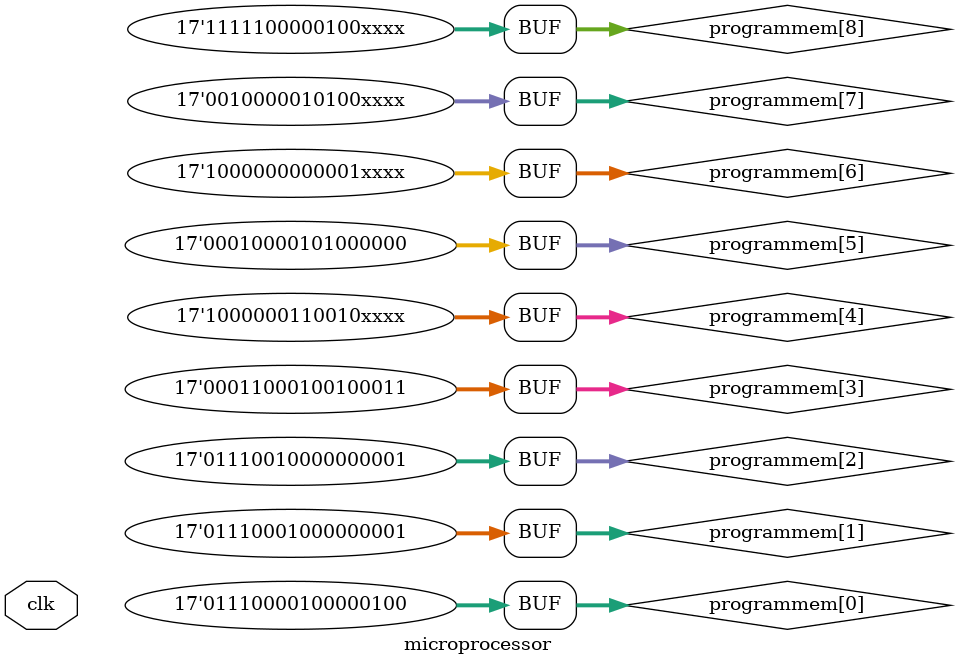
<source format=v>
`timescale 1ns / 1ps

module microprocessor(clk);
input clk;
wire [16:0] programmem [31:0];
reg [4:0] programcounter = 5'b00000;
reg En = 1;
wire [4:0] flag;
reg [4:0] delay = 5'b00000;
reg [4:0] temp ;
reg [2:0] temp1 ;

//assign	programmem[0] = 17'b01110000100000010;
		
//assign	programmem[1] = 17'b01110000000000001;
		
//assign	programmem[2] = 17'b00001000100000010;

//assign	programmem[3] = 17'b01111001011111111;

//assign	programmem[4] = 17'b10001001001010011;
		
//assign	programmem[4] = 17'b10000000101000000;	

assign programmem[0] = 17'b01110000100000100;

assign programmem[1] = 17'b01110001000000001;

assign programmem[2] = 17'b01110010000000001;

assign programmem[3] = 17'b00011000100100011;

assign programmem[4] = 17'b1000000110010xxxx;

assign programmem[5] = 17'b00010000101000000;

assign programmem[6] = 17'b1000000000001xxxx;

assign programmem[7] = 17'b0010000010100xxxx;

assign programmem[8] = 17'b1111100000100xxxx;

/*assign programmem[8] = 17'b1000000110010xxxx;

assign programmem[9] = 17'b00010000101000000;

assign programmem[10] = 17'b1000000000001xxxx;

assign programmem[11] = 17'b0010000010100xxxx;

assign programmem[12] = 17'b1000000110010xxxx;

assign programmem[13] = 17'b00010000101000000;

assign programmem[14] = 17'b1000000000001xxxx;

assign programmem[15] = 17'b0010000010100xxxx;

assign programmem[16] = 17'b1000001010110xxxx;*/
always @(posedge clk && delay<31)
begin 
		delay=delay+1;
end

always @(posedge delay[4] && programcounter<9)
begin
	delay =5'b00000;
	programcounter=programcounter+1;
	En=0;
end
always @(posedge delay[4] && programcounter<9)
begin	
	temp = programmem[programcounter-1][8:4];
	temp1 = programmem[programcounter-1][11:9];
	if(programmem[programcounter-1][16:12]==5'b11111)
	begin
		if(flag[temp1]==0) programcounter=temp;
	end

end

cu cu1(.clk(clk),.instruction(programmem[programcounter-1]),.fl(flag));
endmodule

</source>
